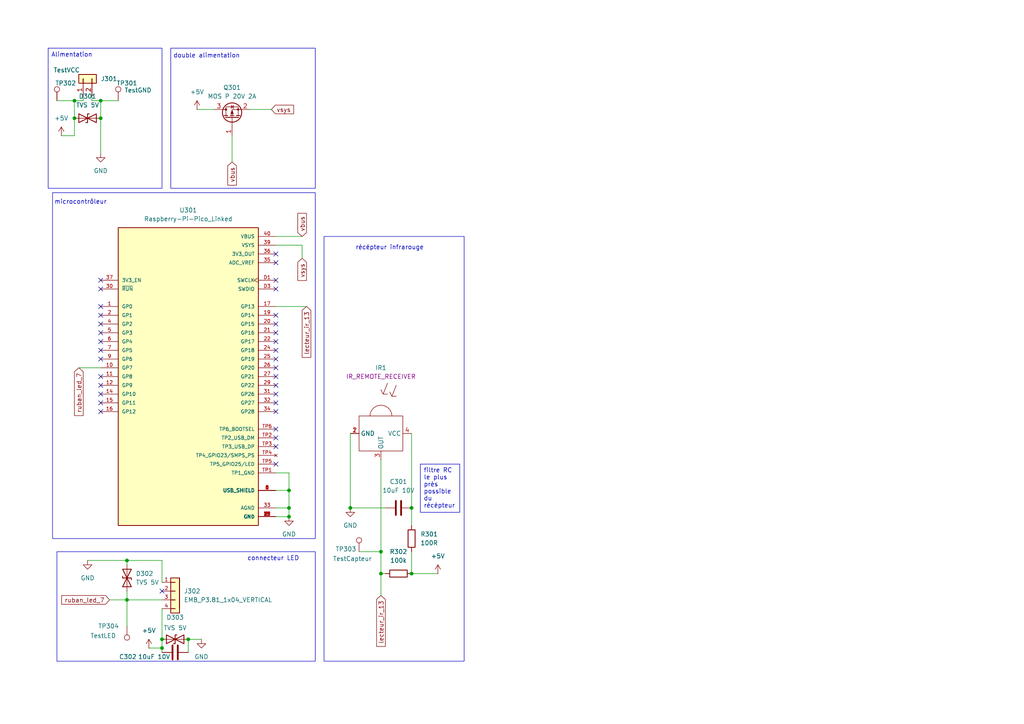
<source format=kicad_sch>
(kicad_sch (version 20231120) (generator "eeschema") (generator_version "8.0")
  (paper "A4")
  (title_block (title "Super PCB qui va marcher") (date "2025-02-06") (company "Ch'yo'vet company"))
  (lib_symbols
    (symbol "Connector:TestPoint" (pin_numbers hide) (pin_names (offset 0.762) hide)
      (property "Reference" "TP" (at 0 6.858 0))
      (property "Value" "TestPoint" (at 0 5.08 0))
      (symbol "TestPoint_0_1"
        (circle (center 0 3.302) (radius 0.762))
      )
      (symbol "TestPoint_1_1"
        (pin passive line (at 0 0 90) (length 2.54) (name "1") (number "1"))
      )
    )
    (symbol "codium_Capacitors:C_0603_10uF_10V" (pin_numbers hide) (pin_names (offset 0.254))
      (property "Reference" "C" (at -6.985 0 0))
      (property "Value" "10uF 10V" (at 0.635 -2.54 0))
      (symbol "C_0603_10uF_10V_0_1"
        (polyline (pts (xy -2.032 -0.762) (xy 2.032 -0.762)) (stroke (width 0.508)))
        (polyline (pts (xy -2.032 0.762) (xy 2.032 0.762)) (stroke (width 0.508)))
      )
      (symbol "C_0603_10uF_10V_1_1"
        (pin passive line (at 0 3.81 270) (length 2.794) (name "~") (number "1"))
        (pin passive line (at 0 -3.81 90) (length 2.794) (name "~") (number "2"))
      )
    )
    (symbol "codium_Connectors:EMB_P3.81_1x02_VERTICAL" (pin_names (offset 1.016) hide)
      (property "Reference" "J" (at 0 2.54 0))
      (symbol "EMB_P3.81_1x02_VERTICAL_1_1"
        (rectangle (start -1.27 -2.413) (end 0 -2.667) (stroke (width 0.1524)))
        (rectangle (start -1.27 0.127) (end 0 -0.127) (stroke (width 0.1524)))
        (rectangle (start -1.27 1.27) (end 1.27 -3.81) (stroke (width 0.254)) (fill (type background)))
        (pin passive line (at -5.08 0 0) (length 3.81) (name "Pin_1") (number "1"))
        (pin passive line (at -5.08 -2.54 0) (length 3.81) (name "Pin_2") (number "2"))
      )
    )
    (symbol "codium_Connectors:EMB_P3.81_1x04_VERTICAL" (pin_names (offset 1.016) hide)
      (property "Reference" "J" (at -6.985 -1.905 0))
      (property "Value" "EMB_P3.81_1x04_VERTICAL" (at -6.35 3.81 0))
      (symbol "EMB_P3.81_1x04_VERTICAL_0_0"
        (rectangle (start -5.08 -2.54) (end 5.08 0) (stroke (width 0.254)) (fill (type background)))
        (polyline (pts (xy -3.81 -1.27) (xy -3.81 -2.54)) (stroke (width 0.254)))
        (polyline (pts (xy -1.27 -1.27) (xy -1.27 -2.54)) (stroke (width 0.254)))
        (polyline (pts (xy 1.27 -1.27) (xy 1.27 -2.54)) (stroke (width 0.254)))
        (polyline (pts (xy 3.81 -1.27) (xy 3.81 -2.54)) (stroke (width 0.254)))
        (polyline (pts (xy 3.81 0) (xy -5.08 0)) (stroke (width 0.254)))
        (pin passive line (at -3.81 -5.08 90) (length 2.54) (name "~") (number "1"))
        (pin passive line (at -1.27 -5.08 90) (length 2.54) (name "~") (number "2"))
        (pin passive line (at 1.27 -5.08 90) (length 2.54) (name "~") (number "3"))
        (pin passive line (at 3.81 -5.08 90) (length 2.54) (name "~") (number "4"))
      )
    )
    (symbol "codium_Diodes:TVS_5V_BIDIR_SOD323" (pin_numbers hide) (pin_names (offset 1.016) hide)
      (property "Reference" "D" (at -0.635 2.54 90))
      (property "Value" "TVS 5V" (at 0 -2.54 0))
      (symbol "TVS_5V_BIDIR_SOD323_0_1"
        (polyline (pts (xy 1.27 0) (xy -1.27 0)))
        (polyline (pts (xy 0.508 1.27) (xy 0 1.27) (xy 0 -1.27) (xy -0.508 -1.27)) (stroke (width 0.254)))
        (polyline (pts (xy -2.54 1.27) (xy -2.54 -1.27) (xy 2.54 1.27) (xy 2.54 -1.27) (xy -2.54 1.27)) (stroke (width 0.254)))
      )
      (symbol "TVS_5V_BIDIR_SOD323_1_1"
        (pin passive line (at -3.81 0 0) (length 2.54) (name "A1") (number "1"))
        (pin passive line (at 3.81 0 180) (length 2.54) (name "A2") (number "2"))
      )
    )
    (symbol "codium_Modules:Raspberry-Pi-Pico_Linked" (pin_names (offset 1.016)) (exclude_from_sim yes)
      (property "Reference" "U2" (at 0 47.752 0))
      (property "Value" "Raspberry-Pi-Pico_Linked" (at 0 45.212 0))
      (symbol "Raspberry-Pi-Pico_Linked_0_0"
        (rectangle (start -20.32 -43.18) (end 20.32 43.18) (stroke (width 0.254)) (fill (type background)))
        (pin bidirectional line (at -25.4 20.32 0) (length 5.08) (name "GP0") (number "1"))
        (pin bidirectional line (at -25.4 2.54 0) (length 5.08) (name "GP7") (number "10"))
        (pin bidirectional line (at -25.4 0 0) (length 5.08) (name "GP8") (number "11"))
        (pin bidirectional line (at -25.4 -2.54 0) (length 5.08) (name "GP9") (number "12"))
        (pin power_in line (at 25.4 -40.64 180) (length 5.08) (name "GND") (number "13"))
        (pin bidirectional line (at -25.4 -5.08 0) (length 5.08) (name "GP10") (number "14"))
        (pin bidirectional line (at -25.4 -7.62 0) (length 5.08) (name "GP11") (number "15"))
        (pin bidirectional line (at -25.4 -10.16 0) (length 5.08) (name "GP12") (number "16"))
        (pin bidirectional line (at 25.4 20.32 180) (length 5.08) (name "GP13") (number "17"))
        (pin power_in line (at 25.4 -40.64 180) (length 5.08) (name "GND") (number "18"))
        (pin bidirectional line (at 25.4 17.78 180) (length 5.08) (name "GP14") (number "19"))
        (pin bidirectional line (at -25.4 17.78 0) (length 5.08) (name "GP1") (number "2"))
        (pin bidirectional line (at 25.4 15.24 180) (length 5.08) (name "GP15") (number "20"))
        (pin bidirectional line (at 25.4 12.7 180) (length 5.08) (name "GP16") (number "21"))
        (pin bidirectional line (at 25.4 10.16 180) (length 5.08) (name "GP17") (number "22"))
        (pin power_in line (at 25.4 -40.64 180) (length 5.08) (name "GND") (number "23"))
        (pin bidirectional line (at 25.4 7.62 180) (length 5.08) (name "GP18") (number "24"))
        (pin bidirectional line (at 25.4 5.08 180) (length 5.08) (name "GP19") (number "25"))
        (pin bidirectional line (at 25.4 2.54 180) (length 5.08) (name "GP20") (number "26"))
        (pin bidirectional line (at 25.4 0 180) (length 5.08) (name "GP21") (number "27"))
        (pin power_in line (at 25.4 -40.64 180) (length 5.08) (name "GND") (number "28"))
        (pin bidirectional line (at 25.4 -2.54 180) (length 5.08) (name "GP22") (number "29"))
        (pin power_in line (at 25.4 -40.64 180) (length 5.08) (name "GND") (number "3"))
        (pin input line (at -25.4 25.4 0) (length 5.08) (name "~{RUN}") (number "30"))
        (pin bidirectional line (at 25.4 -5.08 180) (length 5.08) (name "GP26") (number "31"))
        (pin bidirectional line (at 25.4 -7.62 180) (length 5.08) (name "GP27") (number "32"))
        (pin power_in line (at 25.4 -38.1 180) (length 5.08) (name "AGND") (number "33"))
        (pin bidirectional line (at 25.4 -10.16 180) (length 5.08) (name "GP28") (number "34"))
        (pin power_in line (at 25.4 33.02 180) (length 5.08) (name "ADC_VREF") (number "35"))
        (pin power_in line (at 25.4 35.56 180) (length 5.08) (name "3V3_OUT") (number "36"))
        (pin input line (at -25.4 27.94 0) (length 5.08) (name "3V3_EN") (number "37"))
        (pin power_in line (at 25.4 -40.64 180) (length 5.08) (name "GND") (number "38"))
        (pin power_in line (at 25.4 38.1 180) (length 5.08) (name "VSYS") (number "39"))
        (pin bidirectional line (at -25.4 15.24 0) (length 5.08) (name "GP2") (number "4"))
        (pin power_in line (at 25.4 40.64 180) (length 5.08) (name "VBUS") (number "40"))
        (pin bidirectional line (at -25.4 12.7 0) (length 5.08) (name "GP3") (number "5"))
        (pin bidirectional line (at -25.4 10.16 0) (length 5.08) (name "GP4") (number "6"))
        (pin bidirectional line (at -25.4 7.62 0) (length 5.08) (name "GP5") (number "7"))
        (pin power_in line (at 25.4 -40.64 180) (length 5.08) (name "GND") (number "8"))
        (pin bidirectional line (at -25.4 5.08 0) (length 5.08) (name "GP6") (number "9"))
        (pin power_in line (at 25.4 -33.02 180) (length 5.08) (name "USB_SHIELD") (number "A"))
        (pin power_in line (at 25.4 -33.02 180) (length 5.08) (name "USB_SHIELD") (number "B"))
        (pin power_in line (at 25.4 -33.02 180) (length 5.08) (name "USB_SHIELD") (number "C"))
        (pin power_in line (at 25.4 -33.02 180) (length 5.08) (name "USB_SHIELD") (number "D"))
        (pin input clock (at 25.4 27.94 180) (length 5.08) (name "SWCLK") (number "D1"))
        (pin power_in line (at 25.4 -40.64 180) (length 5.08) (name "GND") (number "D2"))
        (pin bidirectional line (at 25.4 25.4 180) (length 5.08) (name "SWDIO") (number "D3"))
        (pin power_in line (at 25.4 -27.94 180) (length 5.08) (name "TP1_GND") (number "TP1"))
        (pin bidirectional line (at 25.4 -17.78 180) (length 5.08) (name "TP2_USB_DM") (number "TP2"))
        (pin bidirectional line (at 25.4 -20.32 180) (length 5.08) (name "TP3_USB_DP") (number "TP3"))
        (pin no_connect line (at 25.4 -22.86 180) (length 5.08) (name "TP4_GPIO23/SMPS_PS") (number "TP4"))
        (pin output line (at 25.4 -25.4 180) (length 5.08) (name "TP5_GPIO25/LED") (number "TP5"))
        (pin input line (at 25.4 -15.24 180) (length 5.08) (name "TP6_BOOTSEL") (number "TP6"))
      )
    )
    (symbol "codium_Power:+5V" (power) (pin_numbers hide) (pin_names (offset 0) hide)
      (property "Value" "+5V" (at 0 3.556 0))
      (symbol "+5V_0_1"
        (polyline (pts (xy -0.762 1.27) (xy 0 2.54)))
        (polyline (pts (xy 0 0) (xy 0 2.54)))
        (polyline (pts (xy 0 2.54) (xy 0.762 1.27)))
      )
      (symbol "+5V_1_1"
        (pin power_in line (at 0 0 90) (length 0) (name "~") (number "1"))
      )
    )
    (symbol "codium_Power:GND" (power) (pin_numbers hide) (pin_names (offset 0) hide)
      (property "Value" "GND" (at 0 -3.81 0))
      (symbol "GND_0_1"
        (polyline (pts (xy 0 0) (xy 0 -1.27) (xy 1.27 -1.27) (xy 0 -2.54) (xy -1.27 -1.27) (xy 0 -1.27)))
      )
      (symbol "GND_1_1"
        (pin power_in line (at 0 0 270) (length 0) (name "~") (number "1"))
      )
    )
    (symbol "codium_Resistors:R_0402_100R" (pin_numbers hide) (pin_names (offset 0))
      (property "Reference" "R" (at -2.286 -0.254 90))
      (property "Value" "100R" (at 0 0 90))
      (symbol "R_0402_100R_0_1"
        (rectangle (start -1.016 -2.54) (end 1.016 2.54) (stroke (width 0.254)))
      )
      (symbol "R_0402_100R_1_1"
        (pin passive line (at 0 3.81 270) (length 1.27) (name "~") (number "1"))
        (pin passive line (at 0 -3.81 90) (length 1.27) (name "~") (number "2"))
      )
    )
    (symbol "codium_Resistors:R_0402_100k" (pin_numbers hide) (pin_names (offset 0))
      (property "Reference" "R" (at -2.286 -0.254 90))
      (property "Value" "100k" (at 0 0 90))
      (symbol "R_0402_100k_0_1"
        (rectangle (start -1.016 -2.54) (end 1.016 2.54) (stroke (width 0.254)))
      )
      (symbol "R_0402_100k_1_1"
        (pin passive line (at 0 3.81 270) (length 1.27) (name "~") (number "1"))
        (pin passive line (at 0 -3.81 90) (length 1.27) (name "~") (number "2"))
      )
    )
    (symbol "codium_Sensors:IR_REMOTE_RECEIVER"
      (property "Reference" "IR" (at 3.175 6.985 0))
      (property "IPN" "IR_REMOTE_RECEIVER" (at 0 0 0))
      (symbol "IR_REMOTE_RECEIVER_0_1"
        (arc (start -5.08 3.175) (mid -8.189 0) (end -5.08 -3.175))
        (rectangle (start -5.08 6.35) (end 5.08 -6.35))
        (polyline (pts (xy -11.43 0.635) (xy -12.7 0)))
        (polyline (pts (xy -10.795 3.175) (xy -12.065 2.54)))
        (polyline (pts (xy -14.605 1.905) (xy -11.43 0.635) (xy -11.43 1.905)))
        (polyline (pts (xy -13.97 4.445) (xy -10.795 3.175) (xy -10.795 4.445)))
      )
      (symbol "IR_REMOTE_RECEIVER_1_1"
        (pin power_in line (at 0 -8.89 90) (length 2.54) (name "GND") (number "1"))
        (pin power_in line (at 0 -8.89 90) (length 2.54) (name "GND") (number "2"))
        (pin output line (at 7.62 0 180) (length 2.54) (name "OUT") (number "3"))
        (pin power_in line (at 0 8.89 270) (length 2.54) (name "VCC") (number "4"))
      )
    )
    (symbol "codium_Transistors:Q_MOS-P_20V_2A" (pin_names hide)
      (property "Reference" "Q" (at 5.08 1.905 0))
      (property "Value" "MOS P 20V 2A" (at -25.4 -13.97 0))
      (symbol "Q_MOS-P_20V_2A_0_1"
        (polyline (pts (xy 0.254 0) (xy -2.54 0)))
        (polyline (pts (xy 0.254 1.905) (xy 0.254 -1.905)) (stroke (width 0.254)))
        (polyline (pts (xy 0.762 -1.27) (xy 0.762 -2.286)) (stroke (width 0.254)))
        (polyline (pts (xy 0.762 0.508) (xy 0.762 -0.508)) (stroke (width 0.254)))
        (polyline (pts (xy 0.762 2.286) (xy 0.762 1.27)) (stroke (width 0.254)))
        (polyline (pts (xy 2.54 2.54) (xy 2.54 1.778)))
        (polyline (pts (xy 2.54 -2.54) (xy 2.54 0) (xy 0.762 0)))
        (polyline (pts (xy 0.762 1.778) (xy 3.302 1.778) (xy 3.302 -1.778) (xy 0.762 -1.778)))
        (polyline (pts (xy 2.286 0) (xy 1.27 0.381) (xy 1.27 -0.381) (xy 2.286 0)) (fill (type outline)))
        (polyline (pts (xy 2.794 -0.508) (xy 2.921 -0.381) (xy 3.683 -0.381) (xy 3.81 -0.254)))
        (polyline (pts (xy 3.302 -0.381) (xy 2.921 0.254) (xy 3.683 0.254) (xy 3.302 -0.381)))
        (circle (center 1.651 0) (radius 2.794) (stroke (width 0.254)))
        (circle (center 2.54 -1.778) (radius 0.254) (fill (type outline)))
        (circle (center 2.54 1.778) (radius 0.254) (fill (type outline)))
      )
      (symbol "Q_MOS-P_20V_2A_1_1"
        (pin passive line (at -5.08 0 0) (length 2.54) (name "G") (number "1"))
        (pin input line (at 2.54 -5.08 90) (length 2.54) (name "S") (number "2"))
        (pin passive line (at 2.54 5.08 270) (length 2.54) (name "D") (number "3"))
      )
    )
  )
  (junction (at 83.82 142.24))
  (junction (at 29.21 29.21))
  (junction (at 46.99 185.42))
  (junction (at 46.99 187.96))
  (junction (at 83.82 147.32))
  (junction (at 83.82 149.86))
  (junction (at 110.49 160.02))
  (junction (at 54.61 185.42))
  (junction (at 101.6 147.32))
  (junction (at 119.38 147.32))
  (junction (at 21.59 29.21))
  (junction (at 119.38 166.37))
  (junction (at 36.83 162.56))
  (junction (at 110.49 166.37))
  (junction (at 21.59 34.29))
  (junction (at 36.83 173.99))
  (junction (at 29.21 34.29))
  (no_connect (at 80.01 116.84))
  (no_connect (at 29.21 109.22))
  (no_connect (at 80.01 111.76))
  (no_connect (at 80.01 106.68))
  (no_connect (at 80.01 114.3))
  (no_connect (at 80.01 93.98))
  (no_connect (at 80.01 124.46))
  (no_connect (at 80.01 76.2))
  (no_connect (at 29.21 101.6))
  (no_connect (at 29.21 96.52))
  (no_connect (at 29.21 99.06))
  (no_connect (at 80.01 81.28))
  (no_connect (at 29.21 83.82))
  (no_connect (at 29.21 88.9))
  (no_connect (at 29.21 114.3))
  (no_connect (at 80.01 91.44))
  (no_connect (at 80.01 134.62))
  (no_connect (at 80.01 96.52))
  (no_connect (at 29.21 93.98))
  (no_connect (at 80.01 83.82))
  (no_connect (at 29.21 81.28))
  (no_connect (at 29.21 116.84))
  (no_connect (at 80.01 73.66))
  (no_connect (at 80.01 101.6))
  (no_connect (at 29.21 91.44))
  (no_connect (at 80.01 109.22))
  (no_connect (at 46.99 171.45))
  (no_connect (at 29.21 111.76))
  (no_connect (at 29.21 119.38))
  (no_connect (at 80.01 127))
  (no_connect (at 80.01 119.38))
  (no_connect (at 80.01 104.14))
  (no_connect (at 80.01 99.06))
  (no_connect (at 80.01 129.54))
  (no_connect (at 29.21 104.14))
  (wire (pts (xy 110.49 166.37) (xy 110.49 172.72)))
  (wire (pts (xy 110.49 160.02) (xy 110.49 166.37)))
  (wire (pts (xy 46.99 185.42) (xy 46.99 187.96)))
  (wire (pts (xy 21.59 29.21) (xy 21.59 34.29)))
  (wire (pts (xy 80.01 142.24) (xy 83.82 142.24)))
  (wire (pts (xy 110.49 166.37) (xy 111.76 166.37)))
  (wire (pts (xy 80.01 147.32) (xy 83.82 147.32)))
  (wire (pts (xy 83.82 137.16) (xy 83.82 142.24)))
  (wire (pts (xy 46.99 162.56) (xy 46.99 168.91)))
  (wire (pts (xy 46.99 176.53) (xy 46.99 185.42)))
  (wire (pts (xy 16.51 29.21) (xy 21.59 29.21)))
  (wire (pts (xy 29.21 29.21) (xy 34.29 29.21)))
  (wire (pts (xy 36.83 173.99) (xy 46.99 173.99)))
  (wire (pts (xy 67.31 39.37) (xy 67.31 46.99)))
  (wire (pts (xy 17.78 39.37) (xy 21.59 39.37)))
  (wire (pts (xy 26.67 27.94) (xy 26.67 29.21)))
  (wire (pts (xy 119.38 160.02) (xy 119.38 166.37)))
  (wire (pts (xy 31.75 173.99) (xy 36.83 173.99)))
  (wire (pts (xy 101.6 125.73) (xy 101.6 147.32)))
  (wire (pts (xy 43.18 187.96) (xy 46.99 187.96)))
  (wire (pts (xy 29.21 34.29) (xy 29.21 44.45)))
  (wire (pts (xy 101.6 147.32) (xy 111.76 147.32)))
  (wire (pts (xy 80.01 149.86) (xy 83.82 149.86)))
  (wire (pts (xy 80.01 71.12) (xy 87.63 71.12)))
  (wire (pts (xy 119.38 147.32) (xy 119.38 152.4)))
  (wire (pts (xy 22.86 106.68) (xy 29.21 106.68)))
  (wire (pts (xy 54.61 185.42) (xy 54.61 189.23)))
  (wire (pts (xy 29.21 29.21) (xy 29.21 34.29)))
  (wire (pts (xy 119.38 166.37) (xy 127 166.37)))
  (wire (pts (xy 72.39 31.75) (xy 78.74 31.75)))
  (wire (pts (xy 110.49 133.35) (xy 110.49 160.02)))
  (wire (pts (xy 36.83 181.61) (xy 36.83 173.99)))
  (wire (pts (xy 54.61 185.42) (xy 58.42 185.42)))
  (wire (pts (xy 80.01 68.58) (xy 87.63 68.58)))
  (wire (pts (xy 46.99 162.56) (xy 36.83 162.56)))
  (wire (pts (xy 36.83 171.45) (xy 36.83 173.99)))
  (wire (pts (xy 83.82 142.24) (xy 83.82 147.32)))
  (wire (pts (xy 24.13 27.94) (xy 24.13 29.21)))
  (wire (pts (xy 119.38 125.73) (xy 119.38 147.32)))
  (wire (pts (xy 87.63 71.12) (xy 87.63 74.93)))
  (wire (pts (xy 24.13 29.21) (xy 21.59 29.21)))
  (wire (pts (xy 80.01 137.16) (xy 83.82 137.16)))
  (wire (pts (xy 46.99 187.96) (xy 46.99 189.23)))
  (wire (pts (xy 25.4 162.56) (xy 36.83 162.56)))
  (wire (pts (xy 36.83 162.56) (xy 36.83 163.83)))
  (wire (pts (xy 21.59 39.37) (xy 21.59 34.29)))
  (wire (pts (xy 26.67 29.21) (xy 29.21 29.21)))
  (wire (pts (xy 80.01 88.9) (xy 88.9 88.9)))
  (wire (pts (xy 104.14 160.02) (xy 110.49 160.02)))
  (wire (pts (xy 57.15 31.75) (xy 62.23 31.75)))
  (wire (pts (xy 83.82 147.32) (xy 83.82 149.86)))
  (rectangle (start 15.24 55.88) (end 91.44 156.21))
  (rectangle (start 93.98 68.58) (end 134.62 191.77))
  (rectangle (start 49.53 13.97) (end 91.44 54.61))
  (rectangle (start 16.51 160.02) (end 91.44 191.77))
  (rectangle (start 13.97 13.97) (end 46.99 54.61))
  (text_box "filtre RC le plus près possible du récépteur\n" (at 121.92 134.62 0) (size 11.43 13.97) (effects (font (size 1.27 1.27)) (justify left top)))
  (text "Alimentation" (at 20.828 16.002 0) (effects (font (size 1.27 1.27))))
  (text "connecteur LED\n" (at 79.248 162.052 0) (effects (font (size 1.27 1.27))))
  (text "récépteur infrarouge\n" (at 113.03 71.882 0) (effects (font (size 1.27 1.27))))
  (text "microcontrôleur\n" (at 23.368 58.674 0) (effects (font (size 1.27 1.27))))
  (text "double alimentation\n" (at 59.944 16.256 0) (effects (font (size 1.27 1.27))))
  (global_label "lecteur_ir_13" (shape input) (at 88.9 88.9 270) (property "Intersheetrefs" "${INTERSHEET_REFS}" (effects (hide yes))))
  (global_label "vsys" (shape input) (at 87.63 74.93 270) (property "Intersheetrefs" "${INTERSHEET_REFS}" (effects (hide yes))))
  (global_label "ruban_led_7" (shape input) (at 31.75 173.99 180) (property "Intersheetrefs" "${INTERSHEET_REFS}" (effects (hide yes))))
  (global_label "vbus" (shape input) (at 67.31 46.99 270) (property "Intersheetrefs" "${INTERSHEET_REFS}" (effects (hide yes))))
  (global_label "vbus" (shape input) (at 87.63 68.58 90) (property "Intersheetrefs" "${INTERSHEET_REFS}" (effects (hide yes))))
  (global_label "lecteur_ir_13" (shape input) (at 110.49 172.72 270) (property "Intersheetrefs" "${INTERSHEET_REFS}" (effects (hide yes))))
  (global_label "vsys" (shape input) (at 78.74 31.75 0) (property "Intersheetrefs" "${INTERSHEET_REFS}" (effects (hide yes))))
  (global_label "ruban_led_7" (shape input) (at 22.86 106.68 270) (property "Intersheetrefs" "${INTERSHEET_REFS}" (effects (hide yes))))
  (symbol (lib_id "Connector:TestPoint") (at 104.14 160.02 0) (unit 1)
    (property "Reference" "TP303" (at 97.282 159.258 0) (effects (justify left)))
    (property "Value" "TestCapteur" (at 96.52 162.052 0) (effects (justify left)))
    (property "Footprint" "codium_Pads:TestPoint_Pad_D2.0mm" (effects (hide yes)))
    (property "Description" "test point" (effects (hide yes)))
  )
  (symbol (lib_id "codium_Power:+5V") (at 127 166.37 0) (unit 1)
    (property "Reference" "#PWR0302" (effects (hide yes)))
    (property "Value" "+5V" (at 127 161.29 0))
    (property "Description" "Power symbol creates a global label with name \"+5V\"" (effects (hide yes)))
  )
  (symbol (lib_id "codium_Resistors:R_0402_100k") (at 115.57 166.37 90) (unit 1)
    (property "Reference" "R302" (at 115.57 160.02 90))
    (property "Value" "100k" (at 115.57 162.56 90))
    (property "Footprint" "codium_Basics:R0402" (effects (hide yes)))
    (property "Datasheet" "${CODIUM_DOC_DIR}\\Resistors\\ALL_SIZES_YAGEO-RC_SERIE.pdf" (effects (hide yes)))
    (property "Description" "1% 50V 62.5mW [RUNNER]" (effects (hide yes)))
    (property "MAN" "YAGEO" (effects (hide yes)))
    (property "MPN" "RC0402FR-07100KL" (effects (hide yes)))
    (property "IPN" "R_0402_100k" (effects (hide yes)))
  )
  (symbol (lib_id "codium_Transistors:Q_MOS-P_20V_2A") (at 67.31 34.29 90) (unit 1)
    (property "Reference" "Q301" (at 67.31 25.4 90))
    (property "Value" "MOS P 20V 2A" (at 67.31 27.94 90))
    (property "Footprint" "codium_Basics:SOT23" (effects (hide yes)))
    (property "Datasheet" "${CODIUM_DOC_DIR}\\Transistors\\Q_MOS-P_20V_2A_ALLPOWER-AP2301B.pdf" (effects (hide yes)))
    (property "Description" "P-channel 20V 2A" (effects (hide yes)))
    (property "MAN" "ALLPOWER" (effects (hide yes)))
    (property "MPN" "AP2301B" (effects (hide yes)))
    (property "IPN" "Q_MOS-P_20V_2A" (effects (hide yes)))
  )
  (symbol (lib_id "codium_Resistors:R_0402_100R") (at 119.38 156.21 0) (unit 1)
    (property "Reference" "R301" (at 121.92 154.9399 0) (effects (justify left)))
    (property "Value" "100R" (at 121.92 157.4799 0) (effects (justify left)))
    (property "Footprint" "codium_Basics:R0402" (effects (hide yes)))
    (property "Datasheet" "${CODIUM_DOC_DIR}\\Resistors\\ALL_SIZES_YAGEO-RC_SERIE.pdf" (effects (hide yes)))
    (property "Description" "1% 50V 62.5mW [RUNNER]" (effects (hide yes)))
    (property "MAN" "YAGEO" (effects (hide yes)))
    (property "MPN" "RC0402FR-07100RL" (effects (hide yes)))
    (property "IPN" "R_0402_100R" (effects (hide yes)))
  )
  (symbol (lib_id "codium_Sensors:IR_REMOTE_RECEIVER") (at 110.49 125.73 270) (unit 1)
    (property "Reference" "IR1" (at 110.49 106.68 90))
    (property "Value" "IR_REMOTE_RECEIVER" (effects (hide yes)))
    (property "Footprint" "codium_Leds:SMD-4P_4x5mm" (effects (hide yes)))
    (property "Datasheet" "${CODIUM_DOC_DIR}/Sensors/Everlight-Elec-IRM-H638T-TR2.pdf" (effects (hide yes)))
    (property "Description" "SMD IR Remote receiver" (effects (hide yes)))
    (property "MAN" "Everlight Elec" (effects (hide yes)))
    (property "MPN" "IRM-H638T/TR2" (effects (hide yes)))
    (property "IPN" "IR_REMOTE_RECEIVER" (at 110.49 109.22 90))
  )
  (symbol (lib_id "codium_Power:GND") (at 25.4 162.56 0) (unit 1)
    (property "Reference" "#PWR0308" (effects (hide yes)))
    (property "Value" "GND" (at 25.4 167.64 0))
    (property "Description" "Power symbol creates a global label with name \"GND\" , ground" (effects (hide yes)))
  )
  (symbol (lib_id "codium_Power:+5V") (at 57.15 31.75 0) (unit 1)
    (property "Reference" "#PWR0303" (effects (hide yes)))
    (property "Value" "+5V" (at 57.15 26.67 0))
    (property "Description" "Power symbol creates a global label with name \"+5V\"" (effects (hide yes)))
  )
  (symbol (lib_id "codium_Capacitors:C_0603_10uF_10V") (at 115.57 147.32 90) (unit 1)
    (property "Reference" "C301" (at 115.57 139.7 90))
    (property "Value" "10uF 10V" (at 115.57 142.24 90))
    (property "Footprint" "codium_Basics:C0603" (effects (hide yes)))
    (property "Datasheet" "${CODIUM_DOC_DIR}\\Capacitors\\Samsung MLCC All.pdf" (effects (hide yes)))
    (property "Description" "MLCC X5R ±20% [RUNNER]" (effects (hide yes)))
    (property "MAN" "Samsung" (effects (hide yes)))
    (property "MPN" "CL10A106MP8NNNC" (effects (hide yes)))
    (property "IPN" "C_0603_10uF_10V" (effects (hide yes)))
  )
  (symbol (lib_id "codium_Capacitors:C_0603_10uF_10V") (at 50.8 189.23 90) (unit 1)
    (property "Reference" "C302" (at 37.084 190.5 90))
    (property "Value" "10uF 10V" (at 44.704 190.5 90))
    (property "Footprint" "codium_Basics:C0603" (effects (hide yes)))
    (property "Datasheet" "${CODIUM_DOC_DIR}\\Capacitors\\Samsung MLCC All.pdf" (effects (hide yes)))
    (property "Description" "MLCC X5R ±20% [RUNNER]" (effects (hide yes)))
    (property "MAN" "Samsung" (effects (hide yes)))
    (property "MPN" "CL10A106MP8NNNC" (effects (hide yes)))
    (property "IPN" "C_0603_10uF_10V" (effects (hide yes)))
  )
  (symbol (lib_id "codium_Power:GND") (at 29.21 44.45 0) (unit 1)
    (property "Reference" "#PWR0305" (effects (hide yes)))
    (property "Value" "GND" (at 29.21 49.53 0))
    (property "Description" "Power symbol creates a global label with name \"GND\" , ground" (effects (hide yes)))
  )
  (symbol (lib_id "codium_Modules:Raspberry-Pi-Pico_Linked") (at 54.61 109.22 0) (unit 1) (exclude_from_sim yes)
    (property "Reference" "U301" (at 54.61 60.96 0))
    (property "Value" "Raspberry-Pi-Pico_Linked" (at 54.61 63.5 0))
    (property "Footprint" "codium_Modules:Raspberry-Pi-Pico" (effects (hide yes)))
    (property "Datasheet" "${CODIUM_DOC_DIR}/Modules/Raspberry-Pi-Pico.pdf" (effects (hide yes)))
    (property "Description" "Raspberry-Pi-Pico" (effects (hide yes)))
    (property "MAN" "Raspberry" (effects (hide yes)))
    (property "MPN" "Raspberry Pi Pico" (effects (hide yes)))
    (property "IPN" "Raspberry-Pi-Pico" (effects (hide yes)))
  )
  (symbol (lib_id "codium_Diodes:TVS_5V_BIDIR_SOD323") (at 50.8 185.42 180) (unit 1)
    (property "Reference" "D303" (at 50.8 179.07 0))
    (property "Value" "TVS 5V" (at 50.8 182.118 0))
    (property "Footprint" "codium_Basics:SOD323_NP" (effects (hide yes)))
    (property "Datasheet" "${CODIUM_DOC_DIR}\\Diodes\\TVS_ProTek-Devices_PSD.pdf" (effects (hide yes)))
    (property "Description" "Diode TVS 5V Bi-directionelle SOD323" (effects (hide yes)))
    (property "MAN" "ProTek Devices" (effects (hide yes)))
    (property "MPN" "PSD05C-LF-T7" (effects (hide yes)))
    (property "IPN" "TVS_5V_BIDIR_SOD323" (effects (hide yes)))
  )
  (symbol (lib_id "codium_Diodes:TVS_5V_BIDIR_SOD323") (at 36.83 167.64 90) (unit 1)
    (property "Reference" "D302" (at 39.37 166.3699 90) (effects (justify right)))
    (property "Value" "TVS 5V" (at 39.37 168.9099 90) (effects (justify right)))
    (property "Footprint" "codium_Basics:SOD323_NP" (effects (hide yes)))
    (property "Datasheet" "${CODIUM_DOC_DIR}\\Diodes\\TVS_ProTek-Devices_PSD.pdf" (effects (hide yes)))
    (property "Description" "Diode TVS 5V Bi-directionelle SOD323" (effects (hide yes)))
    (property "MAN" "ProTek Devices" (effects (hide yes)))
    (property "MPN" "PSD05C-LF-T7" (effects (hide yes)))
    (property "IPN" "TVS_5V_BIDIR_SOD323" (effects (hide yes)))
  )
  (symbol (lib_id "codium_Power:GND") (at 101.6 147.32 0) (unit 1)
    (property "Reference" "#PWR0301" (effects (hide yes)))
    (property "Value" "GND" (at 101.6 152.4 0))
    (property "Description" "Power symbol creates a global label with name \"GND\" , ground" (effects (hide yes)))
  )
  (symbol (lib_id "Connector:TestPoint") (at 16.51 29.21 0) (unit 1)
    (property "Reference" "TP302" (at 16.002 24.13 0) (effects (justify left)))
    (property "Value" "TestVCC" (at 15.494 20.32 0) (effects (justify left)))
    (property "Footprint" "codium_Pads:TestPoint_Pad_D2.0mm" (effects (hide yes)))
    (property "Description" "test point" (effects (hide yes)))
  )
  (symbol (lib_id "codium_Power:GND") (at 83.82 149.86 0) (unit 1)
    (property "Reference" "#PWR0314" (effects (hide yes)))
    (property "Value" "GND" (at 83.82 154.94 0))
    (property "Description" "Power symbol creates a global label with name \"GND\" , ground" (effects (hide yes)))
  )
  (symbol (lib_id "codium_Diodes:TVS_5V_BIDIR_SOD323") (at 25.4 34.29 0) (unit 1)
    (property "Reference" "D301" (at 25.4 27.94 0))
    (property "Value" "TVS 5V" (at 25.4 30.48 0))
    (property "Footprint" "codium_Basics:SOD323_NP" (effects (hide yes)))
    (property "Datasheet" "${CODIUM_DOC_DIR}\\Diodes\\TVS_ProTek-Devices_PSD.pdf" (effects (hide yes)))
    (property "Description" "Diode TVS 5V Bi-directionelle SOD323" (effects (hide yes)))
    (property "MAN" "ProTek Devices" (effects (hide yes)))
    (property "MPN" "PSD05C-LF-T7" (effects (hide yes)))
    (property "IPN" "TVS_5V_BIDIR_SOD323" (effects (hide yes)))
  )
  (symbol (lib_id "codium_Power:GND") (at 58.42 185.42 0) (unit 1)
    (property "Reference" "#PWR0316" (effects (hide yes)))
    (property "Value" "GND" (at 58.42 190.5 0))
    (property "Description" "Power symbol creates a global label with name \"GND\" , ground" (effects (hide yes)))
  )
  (symbol (lib_id "codium_Connectors:EMB_P3.81_1x02_VERTICAL") (at 24.13 22.86 90) (unit 1)
    (property "Reference" "J301" (at 29.21 22.8599 90) (effects (justify right)))
    (property "Value" "EMB_P3.81_1x02_VERTICAL" (effects (hide yes)))
    (property "Footprint" "codium_Connectors:Conn_THT_3.81_2x1_Vertical" (effects (hide yes)))
    (property "Datasheet" "${CODIUM_DOC_DIR}\\Connectors\\Embases3.81_Ningbo-Kangnex-Elec.pdf" (effects (hide yes)))
    (property "Description" "Embase bornier débrochable débrochable droit Générique" (effects (hide yes)))
    (property "MAN" "Ningbo Kangnex Elec " (effects (hide yes)))
    (property "MPN" "WJ15EDGVC-3.81-2P" (effects (hide yes)))
    (property "IPN" "EMB_P3.81_1x02_VERTICAL" (effects (hide yes)))
  )
  (symbol (lib_id "codium_Power:+5V") (at 43.18 187.96 0) (unit 1)
    (property "Reference" "#PWR0307" (effects (hide yes)))
    (property "Value" "+5V" (at 43.18 182.88 0))
    (property "Description" "Power symbol creates a global label with name \"+5V\"" (effects (hide yes)))
  )
  (symbol (lib_id "codium_Connectors:EMB_P3.81_1x04_VERTICAL") (at 52.07 172.72 270) (unit 1)
    (property "Reference" "J302" (at 53.34 171.4499 90) (effects (justify left)))
    (property "Value" "EMB_P3.81_1x04_VERTICAL" (at 53.34 173.9899 90) (effects (justify left)))
    (property "Footprint" "codium_Connectors:Conn_THT_3.81_4x1_Vertical" (effects (hide yes)))
    (property "Datasheet" "${CODIUM_DOC_DIR}\\Connectors\\Embases3.81_Ningbo-Kangnex-Elec.pdf" (effects (hide yes)))
    (property "Description" "Embase bornier débrochable débrochable droit Générique" (effects (hide yes)))
    (property "MAN" "Ningbo Kangnex Elec " (effects (hide yes)))
    (property "MPN" "WJ15EDGVC-3.81-4P" (effects (hide yes)))
    (property "IPN" "EMB_P3.81_1x04_VERTICAL" (effects (hide yes)))
  )
  (symbol (lib_id "Connector:TestPoint") (at 36.83 181.61 180) (unit 1)
    (property "Reference" "TP304" (at 28.448 181.61 0) (effects (justify right)))
    (property "Value" "TestLED" (at 26.162 184.404 0) (effects (justify right)))
    (property "Footprint" "codium_Pads:TestPoint_Pad_D2.0mm" (effects (hide yes)))
    (property "Description" "test point" (effects (hide yes)))
  )
  (symbol (lib_id "codium_Power:+5V") (at 17.78 39.37 0) (unit 1)
    (property "Reference" "#PWR0306" (effects (hide yes)))
    (property "Value" "+5V" (at 17.78 34.29 0))
    (property "Description" "Power symbol creates a global label with name \"+5V\"" (effects (hide yes)))
  )
  (symbol (lib_id "Connector:TestPoint") (at 34.29 29.21 0) (unit 1)
    (property "Reference" "TP301" (at 33.782 24.13 0) (effects (justify left)))
    (property "Value" "TestGND" (at 36.068 26.162 0) (effects (justify left)))
    (property "Footprint" "codium_Pads:TestPoint_Pad_D2.0mm" (effects (hide yes)))
    (property "Description" "test point" (effects (hide yes)))
  )
)
</source>
